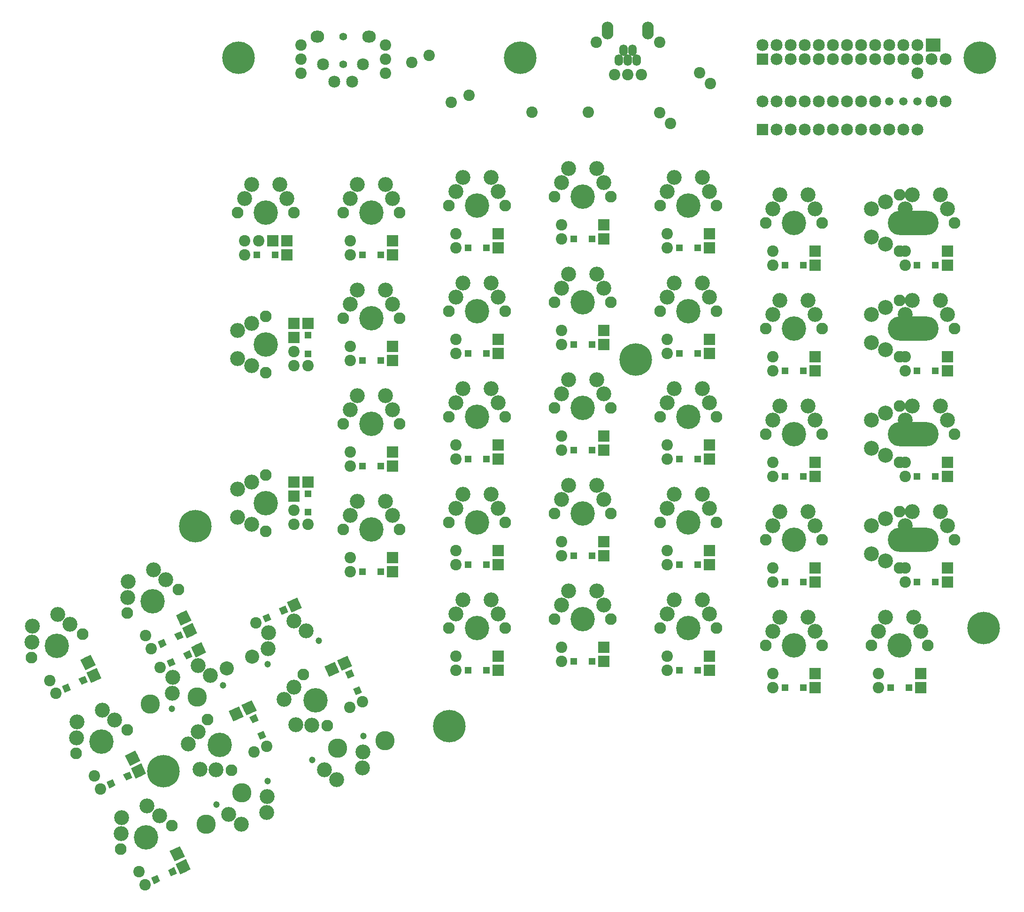
<source format=gbs>
G04 #@! TF.GenerationSoftware,KiCad,Pcbnew,(2016-12-22 revision d365dc5)-makepkg*
G04 #@! TF.CreationDate,2017-01-06T12:14:16-05:00*
G04 #@! TF.ProjectId,ErgoDOX,4572676F444F582E6B696361645F7063,rev?*
G04 #@! TF.FileFunction,Soldermask,Bot*
G04 #@! TF.FilePolarity,Negative*
%FSLAX46Y46*%
G04 Gerber Fmt 4.6, Leading zero omitted, Abs format (unit mm)*
G04 Created by KiCad (PCBNEW (2016-12-22 revision d365dc5)-makepkg) date 01/06/17 12:14:16*
%MOMM*%
%LPD*%
G01*
G04 APERTURE LIST*
%ADD10C,0.150000*%
%ADD11O,1.549400X2.057400*%
%ADD12O,2.108200X3.200400*%
%ADD13C,2.057400*%
%ADD14C,2.159000*%
%ADD15R,2.159000X2.159000*%
%ADD16C,1.498600*%
%ADD17C,1.244600*%
%ADD18R,2.057400X2.057400*%
%ADD19C,2.692400*%
%ADD20C,1.193800*%
%ADD21C,3.479800*%
%ADD22R,1.422400X2.438400*%
%ADD23O,2.463800X2.159000*%
%ADD24C,1.397000*%
%ADD25C,2.540000*%
%ADD26C,5.867400*%
%ADD27C,2.108200*%
%ADD28C,2.689860*%
%ADD29R,1.244600X1.244600*%
%ADD30C,2.687320*%
%ADD31O,9.156700X4.394200*%
%ADD32C,4.394200*%
G04 APERTURE END LIST*
D10*
D11*
X139242800Y-37553900D03*
X138442700Y-35806380D03*
X137642600Y-37553900D03*
X136842500Y-35806380D03*
X136042400Y-37553900D03*
D12*
X133995160Y-32230060D03*
X141290040Y-32230060D03*
D13*
X140055600Y-40259000D03*
X143357600Y-34417000D03*
X137642600Y-40259000D03*
X131927600Y-34417000D03*
X135229600Y-40259000D03*
D14*
X169545000Y-34925000D03*
X172085000Y-34925000D03*
X161925000Y-34925000D03*
X164465000Y-34925000D03*
X167005000Y-34925000D03*
X174625000Y-34925000D03*
X177165000Y-34925000D03*
X179705000Y-34925000D03*
X182245000Y-34925000D03*
X184785000Y-34925000D03*
X187325000Y-34925000D03*
X189865000Y-34925000D03*
X189865000Y-50165000D03*
X187325000Y-50165000D03*
X184785000Y-50165000D03*
X182245000Y-50165000D03*
X179705000Y-50165000D03*
X177165000Y-50165000D03*
X174625000Y-50165000D03*
X172085000Y-50165000D03*
X169545000Y-50165000D03*
X167005000Y-50165000D03*
X164465000Y-50165000D03*
D15*
X161925000Y-50165000D03*
D14*
X189865000Y-40005000D03*
X164465000Y-37465000D03*
X167005000Y-37465000D03*
X169545000Y-37465000D03*
X172085000Y-37465000D03*
X174625000Y-37465000D03*
X177165000Y-37465000D03*
X179705000Y-37465000D03*
X182245000Y-37465000D03*
X184785000Y-37465000D03*
X187325000Y-37465000D03*
X189865000Y-37465000D03*
X192405000Y-37465000D03*
X194945000Y-37465000D03*
D15*
X161925000Y-37465000D03*
D14*
X194945000Y-45085000D03*
X192405000Y-45085000D03*
D16*
X189865000Y-45085000D03*
X187325000Y-45085000D03*
X184785000Y-45085000D03*
D14*
X182245000Y-45085000D03*
X179705000Y-45085000D03*
X177165000Y-45085000D03*
X174625000Y-45085000D03*
X172085000Y-45085000D03*
X169545000Y-45085000D03*
X167005000Y-45085000D03*
X164465000Y-45085000D03*
X161925000Y-45085000D03*
D13*
X53341367Y-147187736D03*
D17*
X55286576Y-146280670D03*
D10*
G36*
X54985576Y-147107661D02*
X54459585Y-145979670D01*
X55587576Y-145453679D01*
X56113567Y-146581670D01*
X54985576Y-147107661D01*
X54985576Y-147107661D01*
G37*
D13*
X60247433Y-143967384D03*
D10*
G36*
X59749862Y-145334450D02*
X58880367Y-143469813D01*
X60745004Y-142600318D01*
X61614499Y-144464955D01*
X59749862Y-145334450D01*
X59749862Y-145334450D01*
G37*
D17*
X58302224Y-144874450D03*
D10*
G36*
X58001224Y-145701441D02*
X57475233Y-144573450D01*
X58603224Y-144047459D01*
X59129215Y-145175450D01*
X58001224Y-145701441D01*
X58001224Y-145701441D01*
G37*
D13*
X70605747Y-139135936D03*
D17*
X72550956Y-138228870D03*
D10*
G36*
X72249956Y-139055861D02*
X71723965Y-137927870D01*
X72851956Y-137401879D01*
X73377947Y-138529870D01*
X72249956Y-139055861D01*
X72249956Y-139055861D01*
G37*
D13*
X77511813Y-135915584D03*
D10*
G36*
X77014242Y-137282650D02*
X76144747Y-135418013D01*
X78009384Y-134548518D01*
X78878879Y-136413155D01*
X77014242Y-137282650D01*
X77014242Y-137282650D01*
G37*
D17*
X75566604Y-136822650D03*
D10*
G36*
X75265604Y-137649641D02*
X74739613Y-136521650D01*
X75867604Y-135995659D01*
X76393595Y-137123650D01*
X75265604Y-137649641D01*
X75265604Y-137649641D01*
G37*
D13*
X77470000Y-118755160D03*
D18*
X77470000Y-116215160D03*
D13*
X77470000Y-90180160D03*
D18*
X77470000Y-87640160D03*
D13*
X71120000Y-70180200D03*
D18*
X73660000Y-70180200D03*
D19*
X77434621Y-138754526D03*
X72753017Y-143740174D03*
D20*
X72675456Y-146578921D03*
X81883544Y-142285119D03*
D19*
X79659082Y-140519823D03*
X72830577Y-140901427D03*
X60170241Y-146806326D03*
X55488637Y-151791974D03*
D21*
X60015120Y-152483820D03*
D20*
X55411076Y-154630721D03*
X64619164Y-150336919D03*
D19*
X62394702Y-148571623D03*
X55566197Y-148953227D03*
X85176179Y-167376434D03*
X89857783Y-162390786D03*
D21*
X85331300Y-161698940D03*
D20*
X89935344Y-159552039D03*
X80727256Y-163845841D03*
D19*
X82951718Y-165611137D03*
X89780223Y-165229533D03*
X67909259Y-175425694D03*
X72590863Y-170440046D03*
D21*
X68064380Y-169748200D03*
D20*
X72668424Y-167601299D03*
X63460336Y-171895101D03*
D19*
X65684798Y-173660397D03*
X72513303Y-173278793D03*
D13*
X152499602Y-41810398D03*
X145315398Y-48994602D03*
X150594602Y-39905398D03*
X143410398Y-47089602D03*
X130492500Y-46990000D03*
X120332500Y-46990000D03*
X101817898Y-36730398D03*
X109002102Y-43914602D03*
X98642898Y-38000398D03*
X105827102Y-45184602D03*
X78740000Y-40005000D03*
X78740000Y-37465000D03*
X78740000Y-34925000D03*
X93980000Y-40005000D03*
X93980000Y-37465000D03*
X93980000Y-34925000D03*
D22*
X192087500Y-34925000D03*
X193357500Y-34925000D03*
D23*
X90957400Y-33375600D03*
D14*
X82702400Y-38379400D03*
X87909400Y-41478200D03*
D23*
X81661000Y-33375600D03*
D14*
X84709000Y-41478200D03*
X89916000Y-38379400D03*
D24*
X86309200Y-33375600D03*
X86309200Y-38379400D03*
D25*
X69927083Y-145197966D03*
D21*
X93829648Y-160396270D03*
D25*
X65323823Y-147345789D03*
D21*
X61602126Y-175425496D03*
X51511692Y-153786490D03*
D26*
X53898800Y-165836600D03*
X59664600Y-121666000D03*
X105435400Y-157759400D03*
X201777600Y-140055600D03*
X139039600Y-91592400D03*
X201142600Y-37134800D03*
X118211600Y-37134800D03*
X67411600Y-37134800D03*
D19*
X193992500Y-80972660D03*
X187642500Y-83512660D03*
D27*
X196532500Y-86052660D03*
D28*
X195262500Y-83512660D03*
D19*
X188912500Y-80972660D03*
D13*
X187642500Y-91132660D03*
D18*
X195262500Y-91132660D03*
D13*
X187642500Y-93672660D03*
D18*
X195262500Y-93672660D03*
D29*
X189788800Y-93672660D03*
X193116200Y-93672660D03*
D30*
X181610000Y-83512660D03*
X184150000Y-82242660D03*
X184150000Y-89862660D03*
X181610000Y-88592660D03*
D31*
X189069980Y-86052660D03*
D27*
X186690000Y-91132660D03*
X186690000Y-80972660D03*
D19*
X193992500Y-119072660D03*
X187642500Y-121612660D03*
D27*
X196532500Y-124152660D03*
D28*
X195262500Y-121612660D03*
D19*
X188912500Y-119072660D03*
D13*
X187642500Y-129232660D03*
D18*
X195262500Y-129232660D03*
D13*
X187642500Y-131772660D03*
D18*
X195262500Y-131772660D03*
D29*
X189788800Y-131772660D03*
X193116200Y-131772660D03*
D30*
X181610000Y-121612660D03*
X184150000Y-120342660D03*
X184150000Y-127962660D03*
X181610000Y-126692660D03*
D31*
X189069980Y-124152660D03*
D27*
X186690000Y-129232660D03*
X186690000Y-119072660D03*
D19*
X193992500Y-61925200D03*
X187642500Y-64465200D03*
D27*
X196532500Y-67005200D03*
D28*
X195262500Y-64465200D03*
D19*
X188912500Y-61925200D03*
D13*
X187642500Y-72085200D03*
D18*
X195262500Y-72085200D03*
D13*
X187642500Y-74625200D03*
D18*
X195262500Y-74625200D03*
D29*
X189788800Y-74625200D03*
X193116200Y-74625200D03*
D30*
X181610000Y-64465200D03*
X184150000Y-63195200D03*
X184150000Y-70815200D03*
X181610000Y-69545200D03*
D31*
X189069980Y-67005200D03*
D27*
X186690000Y-72085200D03*
X186690000Y-61925200D03*
D19*
X193992500Y-100022660D03*
X187642500Y-102562660D03*
D27*
X196532500Y-105102660D03*
D28*
X195262500Y-102562660D03*
D19*
X188912500Y-100022660D03*
D13*
X187642500Y-110182660D03*
D18*
X195262500Y-110182660D03*
D13*
X187642500Y-112722660D03*
D18*
X195262500Y-112722660D03*
D29*
X189788800Y-112722660D03*
X193116200Y-112722660D03*
D30*
X181610000Y-102562660D03*
X184150000Y-101292660D03*
X184150000Y-108912660D03*
X181610000Y-107642660D03*
D31*
X189069980Y-105102660D03*
D27*
X186690000Y-110182660D03*
X186690000Y-100022660D03*
D19*
X93980000Y-60020200D03*
X87630000Y-62560200D03*
D32*
X91440000Y-65100200D03*
D27*
X86360000Y-65100200D03*
X96520000Y-65100200D03*
D19*
X95250000Y-62560200D03*
X88900000Y-60020200D03*
D13*
X87630000Y-70180200D03*
D18*
X95250000Y-70180200D03*
D13*
X87630000Y-72720200D03*
D18*
X95250000Y-72720200D03*
D29*
X89776300Y-72720200D03*
X93103700Y-72720200D03*
D19*
X151130000Y-77797660D03*
X144780000Y-80337660D03*
D32*
X148590000Y-82877660D03*
D27*
X143510000Y-82877660D03*
X153670000Y-82877660D03*
D19*
X152400000Y-80337660D03*
X146050000Y-77797660D03*
D13*
X144780000Y-87957660D03*
D18*
X152400000Y-87957660D03*
D13*
X144780000Y-90497660D03*
D18*
X152400000Y-90497660D03*
D29*
X146926300Y-90497660D03*
X150253700Y-90497660D03*
D19*
X58360986Y-160962159D03*
X63346634Y-165643763D03*
D32*
X64038480Y-161117280D03*
D27*
X66185381Y-165721324D03*
X61891579Y-156513236D03*
D19*
X60126283Y-158737698D03*
X60507887Y-165566203D03*
D13*
X70252699Y-162423412D03*
X67032348Y-155517347D03*
D10*
G36*
X68399414Y-156014918D02*
X66534777Y-156884413D01*
X65665282Y-155019776D01*
X67529919Y-154150281D01*
X68399414Y-156014918D01*
X68399414Y-156014918D01*
G37*
D13*
X72554721Y-161349962D03*
X69334370Y-154443896D03*
D10*
G36*
X70701436Y-154941467D02*
X68836799Y-155810962D01*
X67967304Y-153946325D01*
X69831941Y-153076830D01*
X70701436Y-154941467D01*
X70701436Y-154941467D01*
G37*
D17*
X71647655Y-159404753D03*
D10*
G36*
X72474646Y-159705753D02*
X71346655Y-160231744D01*
X70820664Y-159103753D01*
X71948655Y-158577762D01*
X72474646Y-159705753D01*
X72474646Y-159705753D01*
G37*
D17*
X70241435Y-156389105D03*
D10*
G36*
X71068426Y-156690105D02*
X69940435Y-157216096D01*
X69414444Y-156088105D01*
X70542435Y-155562114D01*
X71068426Y-156690105D01*
X71068426Y-156690105D01*
G37*
D19*
X75625366Y-152910359D03*
X80611014Y-157591963D03*
D32*
X81302860Y-153065480D03*
D27*
X83449761Y-157669524D03*
X79155959Y-148461436D03*
D19*
X77390663Y-150685898D03*
X77772267Y-157514403D03*
D13*
X87517079Y-154371612D03*
X84296728Y-147465547D03*
D10*
G36*
X85663794Y-147963118D02*
X83799157Y-148832613D01*
X82929662Y-146967976D01*
X84794299Y-146098481D01*
X85663794Y-147963118D01*
X85663794Y-147963118D01*
G37*
D13*
X89819101Y-153298162D03*
X86598750Y-146392096D03*
D10*
G36*
X87965816Y-146889667D02*
X86101179Y-147759162D01*
X85231684Y-145894525D01*
X87096321Y-145025030D01*
X87965816Y-146889667D01*
X87965816Y-146889667D01*
G37*
D17*
X88912035Y-151352953D03*
D10*
G36*
X89739026Y-151653953D02*
X88611035Y-152179944D01*
X88085044Y-151051953D01*
X89213035Y-150525962D01*
X89739026Y-151653953D01*
X89739026Y-151653953D01*
G37*
D17*
X87505815Y-148337305D03*
D10*
G36*
X88332806Y-148638305D02*
X87204815Y-149164296D01*
X86678824Y-148036305D01*
X87806815Y-147510314D01*
X88332806Y-148638305D01*
X88332806Y-148638305D01*
G37*
D19*
X113030000Y-134947660D03*
X106680000Y-137487660D03*
D32*
X110490000Y-140027660D03*
D27*
X105410000Y-140027660D03*
X115570000Y-140027660D03*
D19*
X114300000Y-137487660D03*
X107950000Y-134947660D03*
D13*
X106680000Y-145107660D03*
D18*
X114300000Y-145107660D03*
D13*
X106680000Y-147647660D03*
D18*
X114300000Y-147647660D03*
D29*
X108826300Y-147647660D03*
X112153700Y-147647660D03*
D19*
X132080000Y-133350000D03*
X125730000Y-135890000D03*
D32*
X129540000Y-138430000D03*
D27*
X124460000Y-138430000D03*
X134620000Y-138430000D03*
D19*
X133350000Y-135890000D03*
X127000000Y-133350000D03*
D13*
X125730000Y-143510000D03*
D18*
X133350000Y-143510000D03*
D13*
X125730000Y-146050000D03*
D18*
X133350000Y-146050000D03*
D29*
X127876300Y-146050000D03*
X131203700Y-146050000D03*
D19*
X170180000Y-138122660D03*
X163830000Y-140662660D03*
D32*
X167640000Y-143202660D03*
D27*
X162560000Y-143202660D03*
X172720000Y-143202660D03*
D19*
X171450000Y-140662660D03*
X165100000Y-138122660D03*
D13*
X163830000Y-148282660D03*
D18*
X171450000Y-148282660D03*
D13*
X163830000Y-150822660D03*
D18*
X171450000Y-150822660D03*
D29*
X165976300Y-150822660D03*
X169303700Y-150822660D03*
D19*
X93980000Y-117167660D03*
X87630000Y-119707660D03*
D32*
X91440000Y-122247660D03*
D27*
X86360000Y-122247660D03*
X96520000Y-122247660D03*
D19*
X95250000Y-119707660D03*
X88900000Y-117167660D03*
D13*
X87630000Y-127327660D03*
D18*
X95250000Y-127327660D03*
D13*
X87630000Y-129867660D03*
D18*
X95250000Y-129867660D03*
D29*
X89776300Y-129867660D03*
X93103700Y-129867660D03*
D19*
X113030000Y-115897660D03*
X106680000Y-118437660D03*
D32*
X110490000Y-120977660D03*
D27*
X105410000Y-120977660D03*
X115570000Y-120977660D03*
D19*
X114300000Y-118437660D03*
X107950000Y-115897660D03*
D13*
X106680000Y-126057660D03*
D18*
X114300000Y-126057660D03*
D13*
X106680000Y-128597660D03*
D18*
X114300000Y-128597660D03*
D29*
X108826300Y-128597660D03*
X112153700Y-128597660D03*
D19*
X132080000Y-114300000D03*
X125730000Y-116840000D03*
D32*
X129540000Y-119380000D03*
D27*
X124460000Y-119380000D03*
X134620000Y-119380000D03*
D19*
X133350000Y-116840000D03*
X127000000Y-114300000D03*
D13*
X125730000Y-124460000D03*
D18*
X133350000Y-124460000D03*
D13*
X125730000Y-127000000D03*
D18*
X133350000Y-127000000D03*
D29*
X127876300Y-127000000D03*
X131203700Y-127000000D03*
D19*
X151130000Y-115897660D03*
X144780000Y-118437660D03*
D32*
X148590000Y-120977660D03*
D27*
X143510000Y-120977660D03*
X153670000Y-120977660D03*
D19*
X152400000Y-118437660D03*
X146050000Y-115897660D03*
D13*
X144780000Y-126057660D03*
D18*
X152400000Y-126057660D03*
D13*
X144780000Y-128597660D03*
D18*
X152400000Y-128597660D03*
D29*
X146926300Y-128597660D03*
X150253700Y-128597660D03*
D19*
X170180000Y-119072660D03*
X163830000Y-121612660D03*
D32*
X167640000Y-124152660D03*
D27*
X162560000Y-124152660D03*
X172720000Y-124152660D03*
D19*
X171450000Y-121612660D03*
X165100000Y-119072660D03*
D13*
X163830000Y-129232660D03*
D18*
X171450000Y-129232660D03*
D13*
X163830000Y-131772660D03*
D18*
X171450000Y-131772660D03*
D29*
X165976300Y-131772660D03*
X169303700Y-131772660D03*
D19*
X93980000Y-98117660D03*
X87630000Y-100657660D03*
D32*
X91440000Y-103197660D03*
D27*
X86360000Y-103197660D03*
X96520000Y-103197660D03*
D19*
X95250000Y-100657660D03*
X88900000Y-98117660D03*
D13*
X87630000Y-108277660D03*
D18*
X95250000Y-108277660D03*
D13*
X87630000Y-110817660D03*
D18*
X95250000Y-110817660D03*
D29*
X89776300Y-110817660D03*
X93103700Y-110817660D03*
D19*
X113030000Y-96847660D03*
X106680000Y-99387660D03*
D32*
X110490000Y-101927660D03*
D27*
X105410000Y-101927660D03*
X115570000Y-101927660D03*
D19*
X114300000Y-99387660D03*
X107950000Y-96847660D03*
D13*
X106680000Y-107007660D03*
D18*
X114300000Y-107007660D03*
D13*
X106680000Y-109547660D03*
D18*
X114300000Y-109547660D03*
D29*
X108826300Y-109547660D03*
X112153700Y-109547660D03*
D19*
X132080000Y-95250000D03*
X125730000Y-97790000D03*
D32*
X129540000Y-100330000D03*
D27*
X124460000Y-100330000D03*
X134620000Y-100330000D03*
D19*
X133350000Y-97790000D03*
X127000000Y-95250000D03*
D13*
X125730000Y-105410000D03*
D18*
X133350000Y-105410000D03*
D13*
X125730000Y-107950000D03*
D18*
X133350000Y-107950000D03*
D29*
X127876300Y-107950000D03*
X131203700Y-107950000D03*
D19*
X151130000Y-96847660D03*
X144780000Y-99387660D03*
D32*
X148590000Y-101927660D03*
D27*
X143510000Y-101927660D03*
X153670000Y-101927660D03*
D19*
X152400000Y-99387660D03*
X146050000Y-96847660D03*
D13*
X144780000Y-107007660D03*
D18*
X152400000Y-107007660D03*
D13*
X144780000Y-109547660D03*
D18*
X152400000Y-109547660D03*
D29*
X146926300Y-109547660D03*
X150253700Y-109547660D03*
D19*
X113030000Y-77797660D03*
X106680000Y-80337660D03*
D32*
X110490000Y-82877660D03*
D27*
X105410000Y-82877660D03*
X115570000Y-82877660D03*
D19*
X114300000Y-80337660D03*
X107950000Y-77797660D03*
D13*
X106680000Y-87957660D03*
D18*
X114300000Y-87957660D03*
D13*
X106680000Y-90497660D03*
D18*
X114300000Y-90497660D03*
D29*
X108826300Y-90497660D03*
X112153700Y-90497660D03*
D19*
X132080000Y-76200000D03*
X125730000Y-78740000D03*
D32*
X129540000Y-81280000D03*
D27*
X124460000Y-81280000D03*
X134620000Y-81280000D03*
D19*
X133350000Y-78740000D03*
X127000000Y-76200000D03*
D13*
X125730000Y-86360000D03*
D18*
X133350000Y-86360000D03*
D13*
X125730000Y-88900000D03*
D18*
X133350000Y-88900000D03*
D29*
X127876300Y-88900000D03*
X131203700Y-88900000D03*
D19*
X170180000Y-80972660D03*
X163830000Y-83512660D03*
D32*
X167640000Y-86052660D03*
D27*
X162560000Y-86052660D03*
X172720000Y-86052660D03*
D19*
X171450000Y-83512660D03*
X165100000Y-80972660D03*
D13*
X163830000Y-91132660D03*
D18*
X171450000Y-91132660D03*
D13*
X163830000Y-93672660D03*
D18*
X171450000Y-93672660D03*
D29*
X165976300Y-93672660D03*
X169303700Y-93672660D03*
D19*
X151130000Y-134947660D03*
X144780000Y-137487660D03*
D32*
X148590000Y-140027660D03*
D27*
X143510000Y-140027660D03*
X153670000Y-140027660D03*
D19*
X152400000Y-137487660D03*
X146050000Y-134947660D03*
D13*
X144780000Y-145107660D03*
D18*
X152400000Y-145107660D03*
D13*
X144780000Y-147647660D03*
D18*
X152400000Y-147647660D03*
D29*
X146926300Y-147647660D03*
X150253700Y-147647660D03*
D19*
X113030000Y-58747660D03*
X106680000Y-61287660D03*
D32*
X110490000Y-63827660D03*
D27*
X105410000Y-63827660D03*
X115570000Y-63827660D03*
D19*
X114300000Y-61287660D03*
X107950000Y-58747660D03*
D13*
X106680000Y-68907660D03*
D18*
X114300000Y-68907660D03*
D13*
X106680000Y-71447660D03*
D18*
X114300000Y-71447660D03*
D29*
X108826300Y-71447660D03*
X112153700Y-71447660D03*
D19*
X132080000Y-57150000D03*
X125730000Y-59690000D03*
D32*
X129540000Y-62230000D03*
D27*
X124460000Y-62230000D03*
X134620000Y-62230000D03*
D19*
X133350000Y-59690000D03*
X127000000Y-57150000D03*
D13*
X125730000Y-67310000D03*
D18*
X133350000Y-67310000D03*
D13*
X125730000Y-69850000D03*
D18*
X133350000Y-69850000D03*
D29*
X127876300Y-69850000D03*
X131203700Y-69850000D03*
D19*
X151130000Y-58747660D03*
X144780000Y-61287660D03*
D32*
X148590000Y-63827660D03*
D27*
X143510000Y-63827660D03*
X153670000Y-63827660D03*
D19*
X152400000Y-61287660D03*
X146050000Y-58747660D03*
D13*
X144780000Y-68907660D03*
D18*
X152400000Y-68907660D03*
D13*
X144780000Y-71447660D03*
D18*
X152400000Y-71447660D03*
D29*
X146926300Y-71447660D03*
X150253700Y-71447660D03*
D19*
X170180000Y-61925200D03*
X163830000Y-64465200D03*
D32*
X167640000Y-67005200D03*
D27*
X162560000Y-67005200D03*
X172720000Y-67005200D03*
D19*
X171450000Y-64465200D03*
X165100000Y-61925200D03*
D13*
X163830000Y-72085200D03*
D18*
X171450000Y-72085200D03*
D13*
X163830000Y-74625200D03*
D18*
X171450000Y-74625200D03*
D29*
X165976300Y-74625200D03*
X169303700Y-74625200D03*
D19*
X52118441Y-129541946D03*
X47436837Y-134527594D03*
D32*
X51963320Y-135219440D03*
D27*
X47359276Y-137366341D03*
X56567364Y-133072539D03*
D19*
X54342902Y-131307243D03*
X47514397Y-131688847D03*
D13*
X50657188Y-141433659D03*
X57563253Y-138213308D03*
D10*
G36*
X57065682Y-139580374D02*
X56196187Y-137715737D01*
X58060824Y-136846242D01*
X58930319Y-138710879D01*
X57065682Y-139580374D01*
X57065682Y-139580374D01*
G37*
D13*
X51730638Y-143735681D03*
X58636704Y-140515330D03*
D10*
G36*
X58139133Y-141882396D02*
X57269638Y-140017759D01*
X59134275Y-139148264D01*
X60003770Y-141012901D01*
X58139133Y-141882396D01*
X58139133Y-141882396D01*
G37*
D17*
X53675847Y-142828615D03*
D10*
G36*
X53374847Y-143655606D02*
X52848856Y-142527615D01*
X53976847Y-142001624D01*
X54502838Y-143129615D01*
X53374847Y-143655606D01*
X53374847Y-143655606D01*
G37*
D17*
X56691495Y-141422395D03*
D10*
G36*
X56390495Y-142249386D02*
X55864504Y-141121395D01*
X56992495Y-140595404D01*
X57518486Y-141723395D01*
X56390495Y-142249386D01*
X56390495Y-142249386D01*
G37*
D19*
X34854061Y-137591206D03*
X30172457Y-142576854D03*
D32*
X34698940Y-143268700D03*
D27*
X30094896Y-145415601D03*
X39302984Y-141121799D03*
D19*
X37078522Y-139356503D03*
X30250017Y-139738107D03*
D13*
X33392808Y-149482919D03*
X40298873Y-146262568D03*
D10*
G36*
X39801302Y-147629634D02*
X38931807Y-145764997D01*
X40796444Y-144895502D01*
X41665939Y-146760139D01*
X39801302Y-147629634D01*
X39801302Y-147629634D01*
G37*
D13*
X34466258Y-151784941D03*
X41372324Y-148564590D03*
D10*
G36*
X40874753Y-149931656D02*
X40005258Y-148067019D01*
X41869895Y-147197524D01*
X42739390Y-149062161D01*
X40874753Y-149931656D01*
X40874753Y-149931656D01*
G37*
D17*
X36411467Y-150877875D03*
D10*
G36*
X36110467Y-151704866D02*
X35584476Y-150576875D01*
X36712467Y-150050884D01*
X37238458Y-151178875D01*
X36110467Y-151704866D01*
X36110467Y-151704866D01*
G37*
D17*
X39427115Y-149471655D03*
D10*
G36*
X39126115Y-150298646D02*
X38600124Y-149170655D01*
X39728115Y-148644664D01*
X40254106Y-149772655D01*
X39126115Y-150298646D01*
X39126115Y-150298646D01*
G37*
D19*
X50955121Y-172122506D03*
X46273517Y-177108154D03*
D32*
X50800000Y-177800000D03*
D27*
X46195956Y-179946901D03*
X55404044Y-175653099D03*
D19*
X53179582Y-173887803D03*
X46351077Y-174269407D03*
D13*
X49493868Y-184014219D03*
X56399933Y-180793868D03*
D10*
G36*
X55902362Y-182160934D02*
X55032867Y-180296297D01*
X56897504Y-179426802D01*
X57766999Y-181291439D01*
X55902362Y-182160934D01*
X55902362Y-182160934D01*
G37*
D13*
X50567318Y-186316241D03*
X57473384Y-183095890D03*
D10*
G36*
X56975813Y-184462956D02*
X56106318Y-182598319D01*
X57970955Y-181728824D01*
X58840450Y-183593461D01*
X56975813Y-184462956D01*
X56975813Y-184462956D01*
G37*
D17*
X52512527Y-185409175D03*
D10*
G36*
X52211527Y-186236166D02*
X51685536Y-185108175D01*
X52813527Y-184582184D01*
X53339518Y-185710175D01*
X52211527Y-186236166D01*
X52211527Y-186236166D01*
G37*
D17*
X55528175Y-184002955D03*
D10*
G36*
X55227175Y-184829946D02*
X54701184Y-183701955D01*
X55829175Y-183175964D01*
X56355166Y-184303955D01*
X55227175Y-184829946D01*
X55227175Y-184829946D01*
G37*
D19*
X42903321Y-154855586D03*
X38221717Y-159841234D03*
D32*
X42748200Y-160533080D03*
D27*
X38144156Y-162679981D03*
X47352244Y-158386179D03*
D19*
X45127782Y-156620883D03*
X38299277Y-157002487D03*
D13*
X41442068Y-166747299D03*
X48348133Y-163526948D03*
D10*
G36*
X47850562Y-164894014D02*
X46981067Y-163029377D01*
X48845704Y-162159882D01*
X49715199Y-164024519D01*
X47850562Y-164894014D01*
X47850562Y-164894014D01*
G37*
D13*
X42515518Y-169049321D03*
X49421584Y-165828970D03*
D10*
G36*
X48924013Y-167196036D02*
X48054518Y-165331399D01*
X49919155Y-164461904D01*
X50788650Y-166326541D01*
X48924013Y-167196036D01*
X48924013Y-167196036D01*
G37*
D17*
X44460727Y-168142255D03*
D10*
G36*
X44159727Y-168969246D02*
X43633736Y-167841255D01*
X44761727Y-167315264D01*
X45287718Y-168443255D01*
X44159727Y-168969246D01*
X44159727Y-168969246D01*
G37*
D17*
X47476375Y-166736035D03*
D10*
G36*
X47175375Y-167563026D02*
X46649384Y-166435035D01*
X47777375Y-165909044D01*
X48303366Y-167037035D01*
X47175375Y-167563026D01*
X47175375Y-167563026D01*
G37*
D19*
X93980000Y-79067660D03*
X87630000Y-81607660D03*
D32*
X91440000Y-84147660D03*
D27*
X86360000Y-84147660D03*
X96520000Y-84147660D03*
D19*
X95250000Y-81607660D03*
X88900000Y-79067660D03*
D13*
X87630000Y-89227660D03*
D18*
X95250000Y-89227660D03*
D13*
X87630000Y-91767660D03*
D18*
X95250000Y-91767660D03*
D29*
X89776300Y-91767660D03*
X93103700Y-91767660D03*
D19*
X189230000Y-138122660D03*
X182880000Y-140662660D03*
D32*
X186690000Y-143202660D03*
D27*
X181610000Y-143202660D03*
X191770000Y-143202660D03*
D19*
X190500000Y-140662660D03*
X184150000Y-138122660D03*
D13*
X182880000Y-148282660D03*
D18*
X190500000Y-148282660D03*
D13*
X182880000Y-150822660D03*
D18*
X190500000Y-150822660D03*
D29*
X185026300Y-150822660D03*
X188353700Y-150822660D03*
D19*
X67310000Y-114945160D03*
X69850000Y-121295160D03*
D32*
X72390000Y-117485160D03*
D27*
X72390000Y-122565160D03*
X72390000Y-112405160D03*
D19*
X69850000Y-113675160D03*
X67310000Y-120025160D03*
D13*
X77470000Y-121295160D03*
D18*
X77470000Y-113675160D03*
D13*
X80010000Y-121295160D03*
D18*
X80010000Y-113675160D03*
D29*
X80010000Y-119148860D03*
X80010000Y-115821460D03*
D19*
X67310000Y-86370160D03*
X69850000Y-92720160D03*
D32*
X72390000Y-88910160D03*
D27*
X72390000Y-93990160D03*
X72390000Y-83830160D03*
D19*
X69850000Y-85100160D03*
X67310000Y-91450160D03*
D13*
X77470000Y-92720160D03*
D18*
X77470000Y-85100160D03*
D13*
X80010000Y-92720160D03*
D18*
X80010000Y-85100160D03*
D29*
X80010000Y-90573860D03*
X80010000Y-87246460D03*
D19*
X74930000Y-60020200D03*
X68580000Y-62560200D03*
D32*
X72390000Y-65100200D03*
D27*
X67310000Y-65100200D03*
X77470000Y-65100200D03*
D19*
X76200000Y-62560200D03*
X69850000Y-60020200D03*
D13*
X68580000Y-70180200D03*
D18*
X76200000Y-70180200D03*
D13*
X68580000Y-72720200D03*
D18*
X76200000Y-72720200D03*
D29*
X70726300Y-72720200D03*
X74053700Y-72720200D03*
D19*
X170180000Y-100022660D03*
X163830000Y-102562660D03*
D32*
X167640000Y-105102660D03*
D27*
X162560000Y-105102660D03*
X172720000Y-105102660D03*
D19*
X171450000Y-102562660D03*
X165100000Y-100022660D03*
D13*
X163830000Y-110182660D03*
D18*
X171450000Y-110182660D03*
D13*
X163830000Y-112722660D03*
D18*
X171450000Y-112722660D03*
D29*
X165976300Y-112722660D03*
X169303700Y-112722660D03*
M02*

</source>
